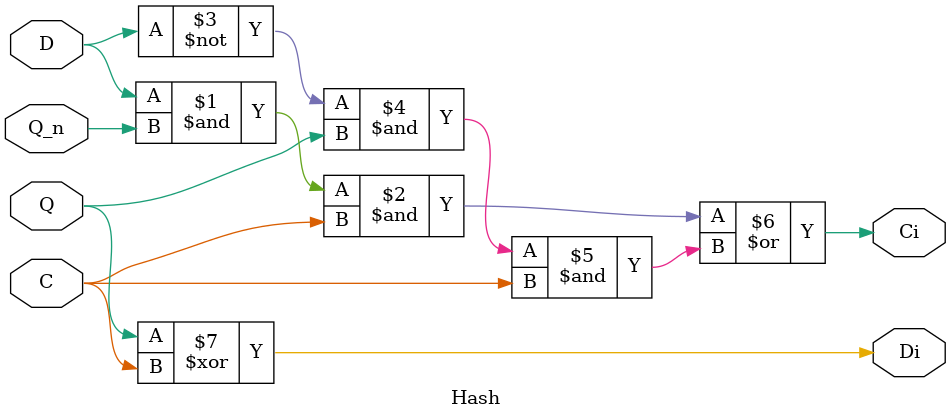
<source format=sv>
module Hash(
	input logic Q,
	input logic Q_n,
	input logic C,
	input logic D,
	output logic Di,
	output logic Ci
);

	assign Ci = (D & Q_n & C) | (~D & Q & C);
	assign Di = Q ^ C;
	
endmodule 
</source>
